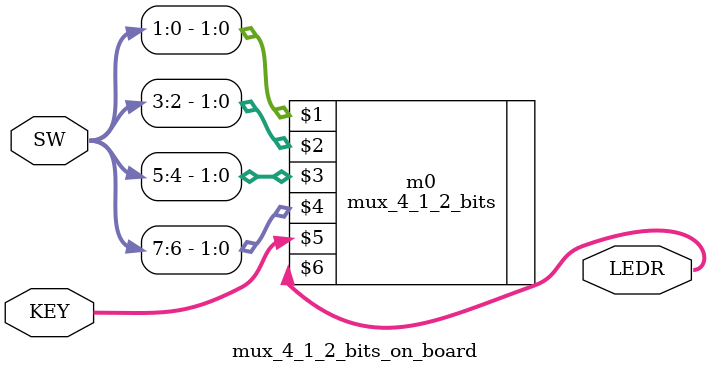
<source format=v>
module mux_4_1_2_bits_on_board (
	input [7:0]SW,
	input [1:0]KEY,
	output [1:0]LEDR);

	mux_4_1_2_bits m0(SW[1:0], SW[3:2], SW[5:4], SW[7:6], KEY[1:0], LEDR[1:0]);

endmodule
</source>
